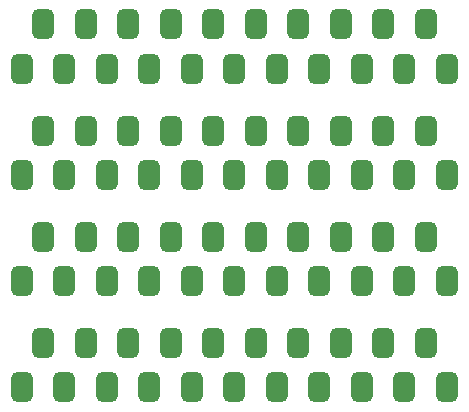
<source format=gbr>
%TF.GenerationSoftware,KiCad,Pcbnew,8.0.5*%
%TF.CreationDate,2024-10-21T18:22:42-10:00*%
%TF.ProjectId,SiPMT.revA,5369504d-542e-4726-9576-412e6b696361,rev?*%
%TF.SameCoordinates,Original*%
%TF.FileFunction,Paste,Top*%
%TF.FilePolarity,Positive*%
%FSLAX46Y46*%
G04 Gerber Fmt 4.6, Leading zero omitted, Abs format (unit mm)*
G04 Created by KiCad (PCBNEW 8.0.5) date 2024-10-21 18:22:42*
%MOMM*%
%LPD*%
G01*
G04 APERTURE LIST*
G04 Aperture macros list*
%AMRoundRect*
0 Rectangle with rounded corners*
0 $1 Rounding radius*
0 $2 $3 $4 $5 $6 $7 $8 $9 X,Y pos of 4 corners*
0 Add a 4 corners polygon primitive as box body*
4,1,4,$2,$3,$4,$5,$6,$7,$8,$9,$2,$3,0*
0 Add four circle primitives for the rounded corners*
1,1,$1+$1,$2,$3*
1,1,$1+$1,$4,$5*
1,1,$1+$1,$6,$7*
1,1,$1+$1,$8,$9*
0 Add four rect primitives between the rounded corners*
20,1,$1+$1,$2,$3,$4,$5,0*
20,1,$1+$1,$4,$5,$6,$7,0*
20,1,$1+$1,$6,$7,$8,$9,0*
20,1,$1+$1,$8,$9,$2,$3,0*%
G04 Aperture macros list end*
%ADD10RoundRect,0.450000X0.450000X-0.800000X0.450000X0.800000X-0.450000X0.800000X-0.450000X-0.800000X0*%
G04 APERTURE END LIST*
D10*
%TO.C,c0*%
X128887500Y-112150000D03*
X130687500Y-108400000D03*
X132487500Y-112150000D03*
X134287500Y-108400000D03*
X136087500Y-112150000D03*
X137887500Y-108400000D03*
X139687500Y-112150000D03*
X141487500Y-108400000D03*
X143287500Y-112150000D03*
X145087500Y-108400000D03*
X146887500Y-112150000D03*
X148687500Y-108400000D03*
X150487500Y-112150000D03*
X152287500Y-108400000D03*
X154087500Y-112150000D03*
X155887500Y-108400000D03*
X157687500Y-112150000D03*
X159487500Y-108400000D03*
X161287500Y-112150000D03*
X163087500Y-108400000D03*
X164887500Y-112150000D03*
%TD*%
%TO.C,c3*%
X128887500Y-85150000D03*
X130687500Y-81400000D03*
X132487500Y-85150000D03*
X134287500Y-81400000D03*
X136087500Y-85150000D03*
X137887500Y-81400000D03*
X139687500Y-85150000D03*
X141487500Y-81400000D03*
X143287500Y-85150000D03*
X145087500Y-81400000D03*
X146887500Y-85150000D03*
X148687500Y-81400000D03*
X150487500Y-85150000D03*
X152287500Y-81400000D03*
X154087500Y-85150000D03*
X155887500Y-81400000D03*
X157687500Y-85150000D03*
X159487500Y-81400000D03*
X161287500Y-85150000D03*
X163087500Y-81400000D03*
X164887500Y-85150000D03*
%TD*%
%TO.C,c2*%
X128887500Y-94150000D03*
X130687500Y-90400000D03*
X132487500Y-94150000D03*
X134287500Y-90400000D03*
X136087500Y-94150000D03*
X137887500Y-90400000D03*
X139687500Y-94150000D03*
X141487500Y-90400000D03*
X143287500Y-94150000D03*
X145087500Y-90400000D03*
X146887500Y-94150000D03*
X148687500Y-90400000D03*
X150487500Y-94150000D03*
X152287500Y-90400000D03*
X154087500Y-94150000D03*
X155887500Y-90400000D03*
X157687500Y-94150000D03*
X159487500Y-90400000D03*
X161287500Y-94150000D03*
X163087500Y-90400000D03*
X164887500Y-94150000D03*
%TD*%
%TO.C,c1*%
X128887500Y-103150000D03*
X130687500Y-99400000D03*
X132487500Y-103150000D03*
X134287500Y-99400000D03*
X136087500Y-103150000D03*
X137887500Y-99400000D03*
X139687500Y-103150000D03*
X141487500Y-99400000D03*
X143287500Y-103150000D03*
X145087500Y-99400000D03*
X146887500Y-103150000D03*
X148687500Y-99400000D03*
X150487500Y-103150000D03*
X152287500Y-99400000D03*
X154087500Y-103150000D03*
X155887500Y-99400000D03*
X157687500Y-103150000D03*
X159487500Y-99400000D03*
X161287500Y-103150000D03*
X163087500Y-99400000D03*
X164887500Y-103150000D03*
%TD*%
M02*

</source>
